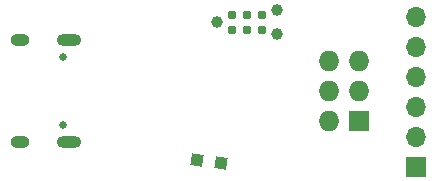
<source format=gbs>
G04 #@! TF.GenerationSoftware,KiCad,Pcbnew,6.0.0-d3dd2cf0fa~116~ubuntu20.04.1*
G04 #@! TF.CreationDate,2022-01-09T18:21:22+01:00*
G04 #@! TF.ProjectId,JEGGER_s-link,4a454747-4552-45f7-932d-6c696e6b2e6b,rev?*
G04 #@! TF.SameCoordinates,Original*
G04 #@! TF.FileFunction,Soldermask,Bot*
G04 #@! TF.FilePolarity,Negative*
%FSLAX46Y46*%
G04 Gerber Fmt 4.6, Leading zero omitted, Abs format (unit mm)*
G04 Created by KiCad (PCBNEW 6.0.0-d3dd2cf0fa~116~ubuntu20.04.1) date 2022-01-09 18:21:22*
%MOMM*%
%LPD*%
G01*
G04 APERTURE LIST*
G04 Aperture macros list*
%AMRotRect*
0 Rectangle, with rotation*
0 The origin of the aperture is its center*
0 $1 length*
0 $2 width*
0 $3 Rotation angle, in degrees counterclockwise*
0 Add horizontal line*
21,1,$1,$2,0,0,$3*%
G04 Aperture macros list end*
%ADD10O,2.100000X1.000000*%
%ADD11O,1.600000X1.000000*%
%ADD12C,0.650000*%
%ADD13C,0.985520*%
%ADD14C,0.988060*%
%ADD15C,0.784860*%
%ADD16O,1.727200X1.727200*%
%ADD17R,1.727200X1.727200*%
%ADD18RotRect,1.000000X1.000000X351.500000*%
%ADD19O,1.700000X1.700000*%
%ADD20R,1.700000X1.700000*%
G04 APERTURE END LIST*
D10*
X106085000Y-95680000D03*
X106085000Y-104320000D03*
D11*
X101905000Y-95680000D03*
X101905000Y-104320000D03*
D12*
X105555000Y-102890000D03*
X105555000Y-97110000D03*
D13*
X123640000Y-93134000D03*
X123640000Y-95166000D03*
D14*
X118560000Y-94150000D03*
D15*
X122370000Y-94785000D03*
X122370000Y-93515000D03*
X121100000Y-94785000D03*
X121100000Y-93515000D03*
X119830000Y-94785000D03*
X119830000Y-93515000D03*
D16*
X128060000Y-97460000D03*
X130600000Y-97460000D03*
X128060000Y-100000000D03*
X130600000Y-100000000D03*
X128060000Y-102540000D03*
D17*
X130600000Y-102540000D03*
D18*
X116900000Y-105800000D03*
X118900000Y-106100000D03*
D19*
X135480000Y-93690000D03*
X135480000Y-96230000D03*
X135480000Y-98770000D03*
X135480000Y-101310000D03*
X135480000Y-103850000D03*
D20*
X135480000Y-106390000D03*
M02*

</source>
